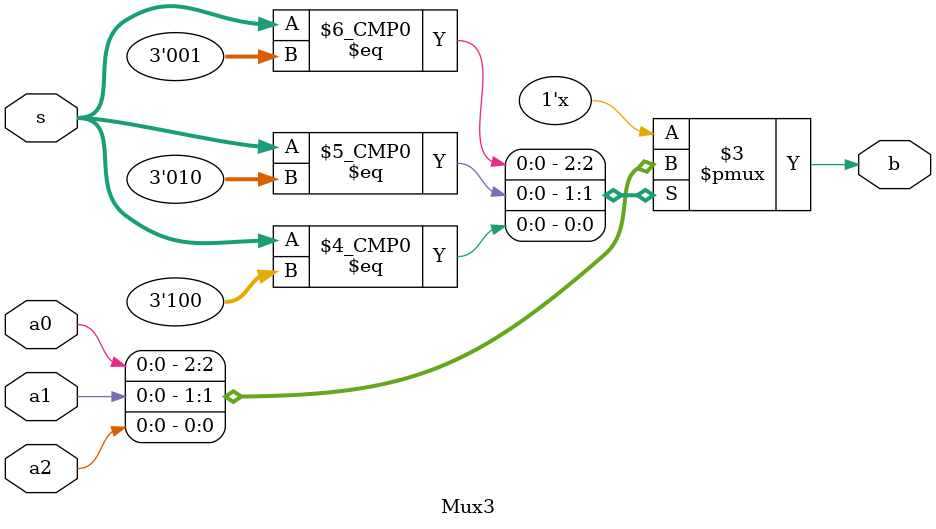
<source format=v>
`define MNONE 2'b00 //do not read or write
`define MWRITE 2'b01 // write to memory(can change)
`define MREAD  2'b11 // read from memory(can change)

`define reset 4'b0000
`define IF1   4'b0001
`define IF2	  4'b0010
`define updatePC 4'b0011
`define HALT 4'b0100
`define GetMem 4'b0101
`define LDRReadMem 4'b0110
`define LDRSTG3 4'b0111
`define WriteMem 4'b1000
`define STRSTG2 4'b1001
`define WriteImm 4'b1010
`define GetA  4'b1011
`define GetB 4'b1100
`define alushiftloadcs 4'b1101
`define WriteReg 4'b1110
`define extraClk 4'b1111

`define MOVopc 3'b110

`define LDRopc 3'b011
`define STRopc 3'b100
`define HALTopc 3'b111

`define wrImmop 2'b10
`define wrShft 2'b00

`define ALUopc 3'b101

`define ALUadd 2'b00
`define ALUsub 2'b01
`define ALUannd 2'b11
`define ALUnotB 2'b01

`define Rd 3'b001
`define Rm 3'b010
`define Rn 3'b100

`define mdata 4'b1000
`define Vsximm8 4'b0100
`define Vdataout 4'b0001


module cpu(clk,read_data,mem_cmd,mem_addr,write_data,reset,N,V,Z); //controls all of RISC machine with 16 bits instruction input and reset, s, clk, and load signals
	input clk, reset;
	output reg [1:0] mem_cmd;
	output [15:0] write_data;
	output N, V, Z;
	input [15:0] read_data;
	output[8:0] mem_addr;
	
	reg loada, loadb, loadc, loads, write, asel, bsel;
	wire [1:0] op;
	wire [1:0] ALUop, shift;
	wire [2:0] state, readwrite;
	reg [2:0] n_state, nsel;
	reg [3:0] vsel;
	wire [2:0] opcode;
	wire [15:0] inreg, sximm8, sximm5;
	reg load_pc,reset_pc, addr_sel, loadaddr,load_ir;
	wire [7:0]PC;
	wire [15:0] mdata;
	
	
	vDFFE #(16) cpuvDFFE(.clk(clk), .load(load_ir), .in(read_data), .out(inreg));//passes new instructions when load is high
	instrucDec fig8(.inreg(inreg), .nsel(nsel), .opcode(opcode), .op(op), .ALUop(ALUop),
							.shift(shift), .sximm8(sximm8), .sximm5(sximm5), .readwrite(readwrite));//decodes instructions for use in FSM
							
	datapath #(16) DP(.clk(clk), .readnum(readwrite), .vsel(vsel), .loada(loada),
										.loadb(loadb), .shift(shift), .asel(asel), .bsel(bsel),
										.ALUop(ALUop), .loadc(loadc), .loads(loads), .writenum(readwrite),
										.write(write), .mdata(mdata), .sximm8(sximm8), .PC(PC),
										.sximm5(sximm5), .status_out({V,N,Z}), .datapath_out(write_data)); // assigns inputs to run datapath based on cpu FSM and instruction decoding
									
	PC U2(/*inputs*/.clk(clk), /*FSM*/.reset_pc(reset_pc),/*FSM*/.load_pc(load_pc),/*FSM*/.load_addr(load_addr),/*FSM*/.addr_sel(addr_sel),.datapath_out(write_data),/*outputs*/.mem_addr(mem_addr));
	//assign w = ((~|(state)) & ~s) ? 1'b1: 1'b0;
	assign state = n_state;

	always @(posedge clk) begin //goes over states of various opcode/op instructions, assigns relevant datapath inputs, else staying in the same state and assigning all zeros for the default line
		casex({reset, opcode, op, state})
			
			{1'b1, 3'bxxx, 2'bxx, 4'bxxxx}: n_state <= `reset; //reset state
			
			{1'b0, 3'bxxx, 2'bxx, `reset}: {n_state,reset_pc,load_pc,mem_cmd,addr_sel,load_ir} <= {`IF1,1'b1,1'b1,`MNONE,1'b0,1'b0}; //s is zero and reset state
			//{1'b0, `MOVopc, `wrImmop, `reset}:  {n_state,reset_pc,load_pc} <= {`IF1,1'b1,1'b1};
			//{1'b0, `MOVopc, `wrShft, `reset}:  {n_state,reset_pc,load_pc} <= {`IF1,1'b1,1'b1};
			//{1'b0, `ALUopc, 2'bxx, `reset}:  {n_state,reset_pc,load_pc} <= {`IF1,1'b1,1'b1};
			
			{1'b1, 3'bxxx, 2'bxx, `IF1} :  {n_state,addr_sel,mem_cmd,reset_pc,load_pc,addr_sel} <= {`IF2,1'b1,`MREAD,1'b0,1'b0,1'b1}; //s is zero and reset state
			
			{1'b1, 3'bxxx, 2'bxx, `IF2} : {n_state,addr_sel,mem_cmd,load_ir}  <= {`updatePC,1'b1,`MREAD,1'b1};
			
			{1'b0, `MOVopc, `wrImmop, `updatePC}: {n_state, load_pc} <= {`WriteImm,1'b1};
			{1'b0, `MOVopc, `wrShft, `updatePC}:{n_state, load_pc} <= {`GetA,1'b1}; 
			{1'b0, `ALUopc, 2'bxx, `updatePC}: {n_state, load_pc} <= {`GetA,1'b1};
			//new states
			{1'b0, `HALTopc,2'b00, `updatePC}: {n_state, load_pc,addr_sel,mem_cmd,load_ir} <= {`HALT,1'b1,1'b0,`MNONE,1'b0};
			{1'b0, `LDRopc,2'b00, `updatePC}: {n_state, load_pc,addr_sel,mem_cmd,load_ir} <= {`GetA,1'b1,1'b0,`MNONE,1'b0};
			{1'b0, `STRopc,2'b00, `updatePC}: {n_state, load_pc,addr_sel,mem_cmd,load_ir} <= {`GetA,1'b1,1'b0,`MNONE,1'b0};
			
			{1'b0, `LDRopc, 2'bxx, `GetA}: {n_state, nsel, loada} <= {`WriteImm, `Rn, 1'b1};
			{1'b0, `STRopc, 2'bxx, `GetA}: {n_state, nsel, loada} <= {`WriteImm, `Rn, 1'b1};
			{1'b0, `HALTopc, 2'bxx, `HALT}: n_state <= `extraClk;

			{1'b0, `HALTopc, 2'bxx, `extraClk}: {n_state, write} <= `HALT;

			{1'b0, `LDRopc, 2'bxx, `WriteImm}:{n_state, nsel, vsel, write} <= {`alushiftloadcs, `Rn, `mdata, 1'b1};
			{1'b0, `STRopc, 2'bxx, `WriteImm}: {n_state, nsel, vsel, write} <= {`alushiftloadcs, `Rn, `mdata, 1'b1};

			{1'b0, `LDRopc, 2'bxx, `alushiftloadcs}: {n_state, asel, bsel, loadc, loads, loadb} <= {`GetMem, 1'b0, 1'b0, 1'b1, 1'b1, 1'b0};//state which performs calculations on numbers
			{1'b0, `STRopc, 2'bxx, `alushiftloadcs}: {n_state, asel, bsel, loadc, loads, loadb} <= {`GetMem, 1'b0, 1'b0, 1'b1, 1'b1, 1'b0};//state which performs calculations on numbers

			{1'b0, `LDRopc, 2'bxx, `GetMem}: {n_state,addr_sel,load_pc,mem_cmd} <= {`LDRReadMem};
			{1'b0, `STRopc, 2'bxx, `GetMem}: n_state <= `GetB;

			{1'b0, `LDRopc, 2'bxx, `LDRReadMem}: n_state <= `WriteReg;
			{1'b0, `STRopc, 2'bxx, `GetB}: {n_state, nsel, loadb, loada} <= {`alushiftloadcs, `Rm, 1'b1, 1'b0};

			{1'b0, `STRopc, 2'bxx, `alushiftloadcs}: {n_state, asel, bsel, loadc, loads, loadb} <= {`WriteMem, 1'b0, 1'b0, 1'b1, 1'b1, 1'b0};


			{1'b0, `LDRopc, 2'bxx, `WriteReg}: {n_state, nsel, vsel, write, loadc, loads} <= {`extraClk, `Rd, `Vdataout, 1'b1, 1'b0, 1'b0};
			{1'b0, `STRopc, 2'bxx, `WriteMem}: n_state <= `extraClk;


			{1'b0, 3'bxxx, 2'bxx, `WriteImm}: {n_state, nsel, vsel, write} <= {`extraClk, `Rn, `Vsximm8, 1'b1}; //state to write number from vsel mux to register Rn
			//{1'b0, 3'bxxx, 2'bxx, `WriteImm}: {n_state}<={`extraClk};

			{1'b0, 3'bxxx, 2'bxx, `GetA}: {n_state, nsel, loada} <= {`GetB, `Rn, 1'b1}; // state to get first source operand
			
			{1'b0, 3'bxxx, 2'bxx, `GetB}: {n_state, nsel, loadb, loada} <= {`alushiftloadcs, `Rm, 1'b1, 1'b0}; // state to get second source operand
			
			{1'b0, `ALUopc, 2'bxx, `alushiftloadcs}: {n_state, asel, bsel, loadc, loads, loadb} <= {`WriteReg, 1'b0, 1'b0, 1'b1, 1'b1, 1'b0};//state which performs calculations on numbers
			{1'b0, `MOVopc, 2'bxx, `alushiftloadcs}: {n_state, asel, bsel, loadc, loads, loadb} <= {`WriteReg, 1'b1, 1'b0, 1'b1, 1'b1, 1'b0};												
			
			{1'b0, 3'bxxx, 2'bxx, `WriteReg}: {n_state, nsel, vsel, write, loadc, loads} <= {`extraClk, `Rd, `Vdataout, 1'b1, 1'b0, 1'b0};// state to write numbers to Rd
			
			{1'b0, 3'bxxx, 2'bxx, `extraClk}: {n_state, write} <= {`IF1, 1'b0};//extra state to allow program to correctly execute before error signal is checked
			
			default: {n_state, nsel, loada, loadb, loadc, loads, vsel, write, asel, bsel} <= {n_state, 3'b000, 1'b0, 1'b0, 1'b0, 1'b0, 4'b0, 1'b0, 1'b0, 1'b0};//maintain state if issue to indicate issue, all signals 0 to have nothing doing anything
		endcase
	end

endmodule 

module instrucDec(inreg, nsel, opcode, op, ALUop, shift, sximm8, sximm5, readwrite); // decodes 16 bit input signal
	input [15:0] inreg;
	input [2:0] nsel;
	output [2:0] opcode ;
	output [1:0] ALUop, shift ;
	output [1:0] op;
	output [15:0] sximm8;
	output [15:0] sximm5;
	output [2:0] readwrite;
	
	wire [2:0] Rn = inreg[10:8], Rd = inreg[7:5], Rm = inreg[2:0]; // coding for the first, destination, and second source operand registers
	
	assign op = inreg[12:11]; // secondary signal to choose method to execute
	assign opcode = inreg[15:13];//primary signal to choose method class to execute 
	assign sximm8 = {{8{inreg[7]}}, inreg[7:0]};//8 bit sign extended input signal to datapath
	assign sximm5 = {{11{inreg[4]}}, inreg[4:0]};//5 bit sign extended signal to input in ALU if asel MUX is high
	assign ALUop = inreg[12:11];//signal to choose operation for ALU unit
	assign shift = inreg[4:3];//signal to choose operation for shift unit
	
	Mux3 #(3) regchooser(.a2(Rn), .a1(Rm), .a0(Rd), .s(nsel), .b(readwrite));//mux to choose which register to write/read to
	
endmodule 

module Mux3 (a2,a1,a0,s,b);//mux to choose which register to read/write to
	parameter k = 1;
	input [2:0] s; 
	input [k-1:0] a2,a1,a0;
	output reg [k-1:0] b;
	
	always @(*) begin//to choose the input based on s 
		case(s)
			3'b001: b = a0;
			3'b010: b = a1;
			3'b100: b = a2;
			default: b = {k{1'bx}};
		endcase 
	end
endmodule 
</source>
